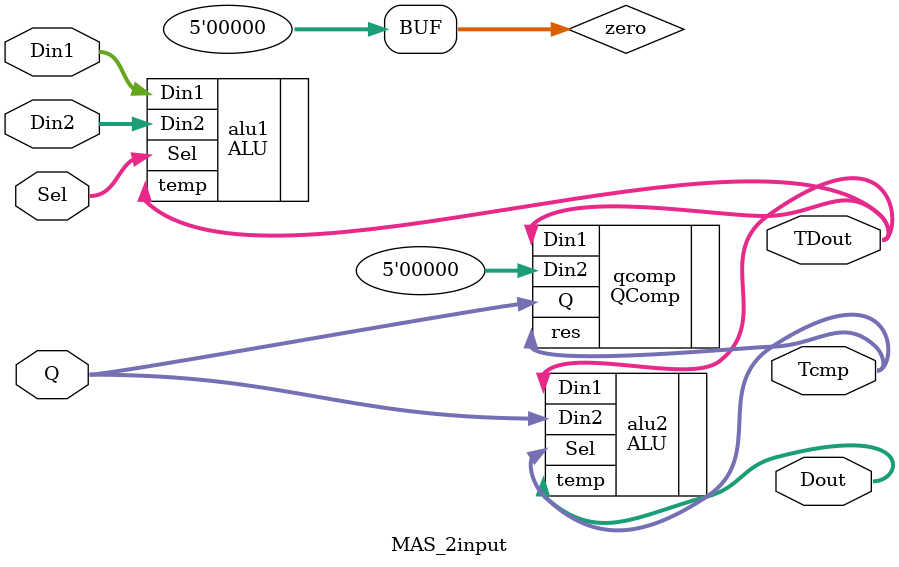
<source format=v>
`include "ALU.v"
`include "QComp.v"

module MAS_2input(
    input signed [4:0]Din1,
    input signed [4:0]Din2,
    input [1:0]Sel,
    input signed[4:0]Q,
    output [1:0]Tcmp,
    output signed [4:0]TDout,
    output signed [3:0]Dout
);
wire signed [4:0] zero = 5'b0;

/*Write your design here*/
ALU alu1(
    .Din1(Din1),
    .Din2(Din2),
    .Sel(Sel),
    .temp(TDout)
);
QComp qcomp(
    .Din1(TDout),
    .Din2(zero),
    .Q(Q),
    .res(Tcmp)
);
ALU alu2(
    .Din1(TDout),
    .Din2(Q),
    .Sel(Tcmp),
    .temp(Dout)
);


endmodule
</source>
